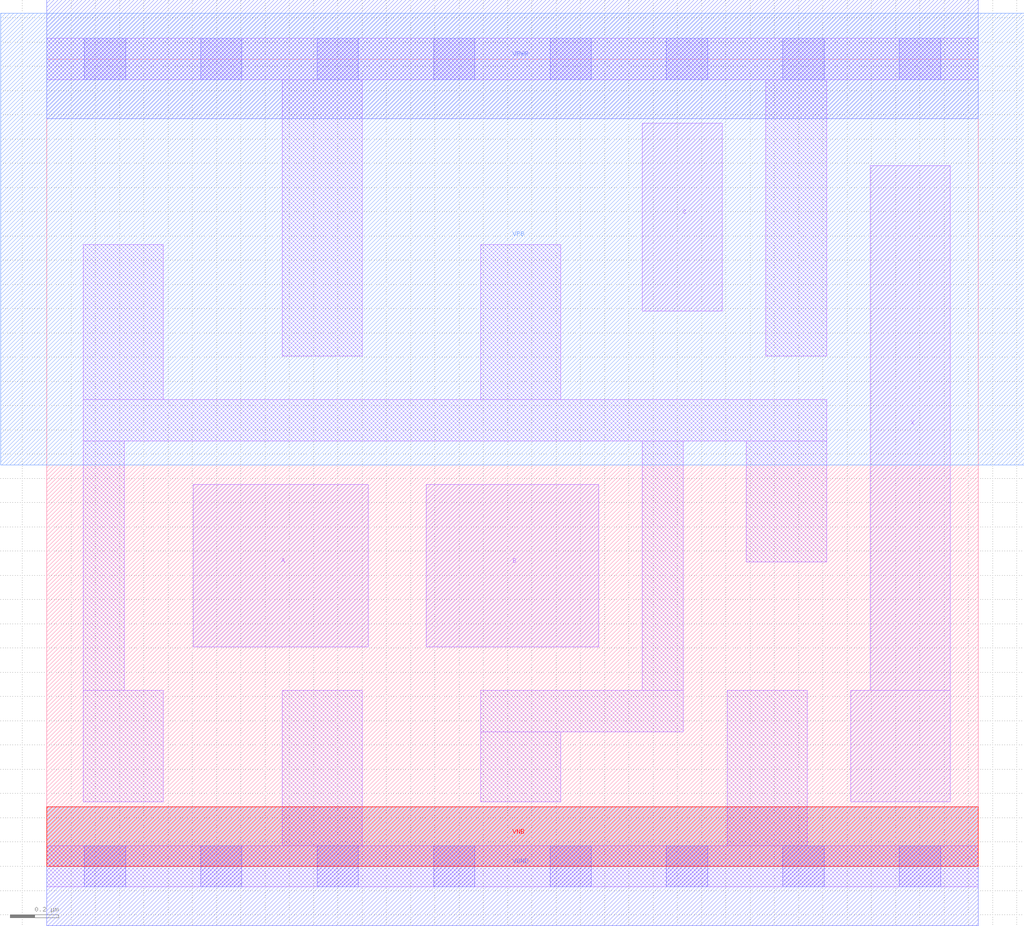
<source format=lef>
# Copyright 2020 The SkyWater PDK Authors
#
# Licensed under the Apache License, Version 2.0 (the "License");
# you may not use this file except in compliance with the License.
# You may obtain a copy of the License at
#
#     https://www.apache.org/licenses/LICENSE-2.0
#
# Unless required by applicable law or agreed to in writing, software
# distributed under the License is distributed on an "AS IS" BASIS,
# WITHOUT WARRANTIES OR CONDITIONS OF ANY KIND, either express or implied.
# See the License for the specific language governing permissions and
# limitations under the License.
#
# SPDX-License-Identifier: Apache-2.0

VERSION 5.7 ;
  NOWIREEXTENSIONATPIN ON ;
  DIVIDERCHAR "/" ;
  BUSBITCHARS "[]" ;
MACRO sky130_fd_sc_lp__maj3_m
  CLASS CORE ;
  FOREIGN sky130_fd_sc_lp__maj3_m ;
  ORIGIN  0.000000  0.000000 ;
  SIZE  3.840000 BY  3.330000 ;
  SYMMETRY X Y R90 ;
  SITE unit ;
  PIN A
    ANTENNAGATEAREA  0.252000 ;
    DIRECTION INPUT ;
    USE SIGNAL ;
    PORT
      LAYER li1 ;
        RECT 0.605000 0.905000 1.325000 1.575000 ;
    END
  END A
  PIN B
    ANTENNAGATEAREA  0.252000 ;
    DIRECTION INPUT ;
    USE SIGNAL ;
    PORT
      LAYER li1 ;
        RECT 1.565000 0.905000 2.275000 1.575000 ;
    END
  END B
  PIN C
    ANTENNAGATEAREA  0.252000 ;
    DIRECTION INPUT ;
    USE SIGNAL ;
    PORT
      LAYER li1 ;
        RECT 2.455000 2.290000 2.785000 3.065000 ;
    END
  END C
  PIN X
    ANTENNADIFFAREA  0.239400 ;
    DIRECTION OUTPUT ;
    USE SIGNAL ;
    PORT
      LAYER li1 ;
        RECT 3.315000 0.265000 3.725000 0.725000 ;
        RECT 3.395000 0.725000 3.725000 2.890000 ;
    END
  END X
  PIN VGND
    DIRECTION INOUT ;
    USE GROUND ;
    PORT
      LAYER met1 ;
        RECT 0.000000 -0.245000 3.840000 0.245000 ;
    END
  END VGND
  PIN VNB
    DIRECTION INOUT ;
    USE GROUND ;
    PORT
      LAYER pwell ;
        RECT 0.000000 0.000000 3.840000 0.245000 ;
    END
  END VNB
  PIN VPB
    DIRECTION INOUT ;
    USE POWER ;
    PORT
      LAYER nwell ;
        RECT -0.190000 1.655000 4.030000 3.520000 ;
    END
  END VPB
  PIN VPWR
    DIRECTION INOUT ;
    USE POWER ;
    PORT
      LAYER met1 ;
        RECT 0.000000 3.085000 3.840000 3.575000 ;
    END
  END VPWR
  OBS
    LAYER li1 ;
      RECT 0.000000 -0.085000 3.840000 0.085000 ;
      RECT 0.000000  3.245000 3.840000 3.415000 ;
      RECT 0.150000  0.265000 0.480000 0.725000 ;
      RECT 0.150000  0.725000 0.320000 1.755000 ;
      RECT 0.150000  1.755000 3.215000 1.925000 ;
      RECT 0.150000  1.925000 0.480000 2.565000 ;
      RECT 0.970000  0.085000 1.300000 0.725000 ;
      RECT 0.970000  2.105000 1.300000 3.245000 ;
      RECT 1.790000  0.265000 2.120000 0.555000 ;
      RECT 1.790000  0.555000 2.625000 0.725000 ;
      RECT 1.790000  1.925000 2.120000 2.565000 ;
      RECT 2.455000  0.725000 2.625000 1.755000 ;
      RECT 2.805000  0.085000 3.135000 0.725000 ;
      RECT 2.885000  1.255000 3.215000 1.755000 ;
      RECT 2.965000  2.105000 3.215000 3.245000 ;
    LAYER mcon ;
      RECT 0.155000 -0.085000 0.325000 0.085000 ;
      RECT 0.155000  3.245000 0.325000 3.415000 ;
      RECT 0.635000 -0.085000 0.805000 0.085000 ;
      RECT 0.635000  3.245000 0.805000 3.415000 ;
      RECT 1.115000 -0.085000 1.285000 0.085000 ;
      RECT 1.115000  3.245000 1.285000 3.415000 ;
      RECT 1.595000 -0.085000 1.765000 0.085000 ;
      RECT 1.595000  3.245000 1.765000 3.415000 ;
      RECT 2.075000 -0.085000 2.245000 0.085000 ;
      RECT 2.075000  3.245000 2.245000 3.415000 ;
      RECT 2.555000 -0.085000 2.725000 0.085000 ;
      RECT 2.555000  3.245000 2.725000 3.415000 ;
      RECT 3.035000 -0.085000 3.205000 0.085000 ;
      RECT 3.035000  3.245000 3.205000 3.415000 ;
      RECT 3.515000 -0.085000 3.685000 0.085000 ;
      RECT 3.515000  3.245000 3.685000 3.415000 ;
  END
END sky130_fd_sc_lp__maj3_m
END LIBRARY

</source>
